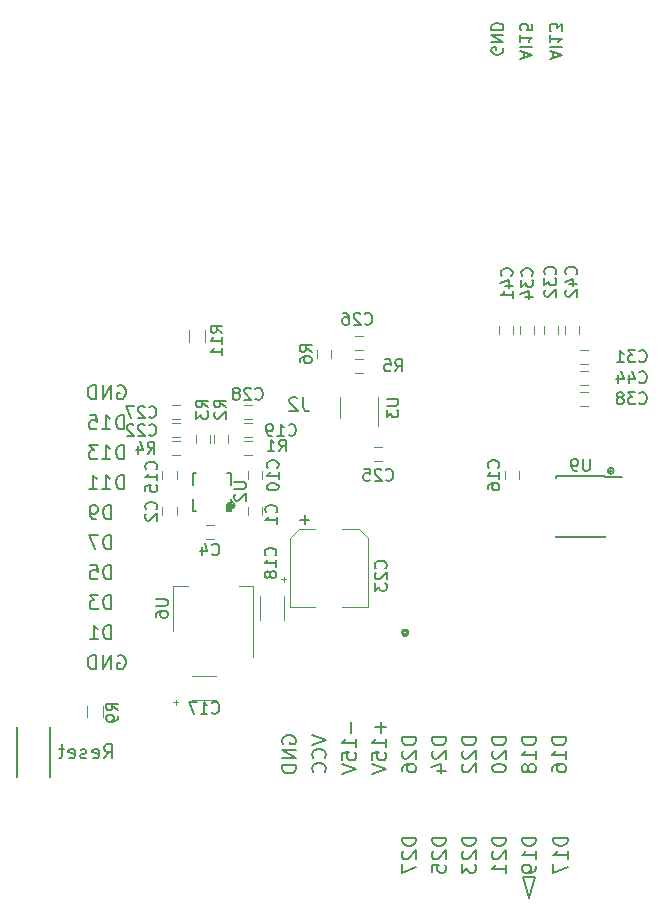
<source format=gbr>
G04 #@! TF.GenerationSoftware,KiCad,Pcbnew,(5.1.6)-1*
G04 #@! TF.CreationDate,2020-07-24T04:57:18+02:00*
G04 #@! TF.ProjectId,AnalogControlBoard_Rev1.1,416e616c-6f67-4436-9f6e-74726f6c426f,rev?*
G04 #@! TF.SameCoordinates,Original*
G04 #@! TF.FileFunction,Legend,Bot*
G04 #@! TF.FilePolarity,Positive*
%FSLAX46Y46*%
G04 Gerber Fmt 4.6, Leading zero omitted, Abs format (unit mm)*
G04 Created by KiCad (PCBNEW (5.1.6)-1) date 2020-07-24 04:57:18*
%MOMM*%
%LPD*%
G01*
G04 APERTURE LIST*
%ADD10C,0.150000*%
%ADD11C,0.125000*%
%ADD12C,0.200000*%
%ADD13C,0.120000*%
G04 APERTURE END LIST*
D10*
X156807803Y-96012000D02*
G75*
G03*
X156807803Y-96012000I-89803J0D01*
G01*
X156972000Y-96012000D02*
G75*
G03*
X156972000Y-96012000I-254000J0D01*
G01*
D11*
X128841523Y-105191714D02*
X129222476Y-105191714D01*
X129032000Y-105382190D02*
X129032000Y-105001238D01*
X119697523Y-115605714D02*
X120078476Y-115605714D01*
X119888000Y-115796190D02*
X119888000Y-115415238D01*
D12*
X128940000Y-119100714D02*
X128882857Y-118986428D01*
X128882857Y-118815000D01*
X128940000Y-118643571D01*
X129054285Y-118529285D01*
X129168571Y-118472142D01*
X129397142Y-118415000D01*
X129568571Y-118415000D01*
X129797142Y-118472142D01*
X129911428Y-118529285D01*
X130025714Y-118643571D01*
X130082857Y-118815000D01*
X130082857Y-118929285D01*
X130025714Y-119100714D01*
X129968571Y-119157857D01*
X129568571Y-119157857D01*
X129568571Y-118929285D01*
X130082857Y-119672142D02*
X128882857Y-119672142D01*
X130082857Y-120357857D01*
X128882857Y-120357857D01*
X130082857Y-120929285D02*
X128882857Y-120929285D01*
X128882857Y-121215000D01*
X128940000Y-121386428D01*
X129054285Y-121500714D01*
X129168571Y-121557857D01*
X129397142Y-121615000D01*
X129568571Y-121615000D01*
X129797142Y-121557857D01*
X129911428Y-121500714D01*
X130025714Y-121386428D01*
X130082857Y-121215000D01*
X130082857Y-120929285D01*
X131422857Y-118415000D02*
X132622857Y-118815000D01*
X131422857Y-119215000D01*
X132508571Y-120300714D02*
X132565714Y-120243571D01*
X132622857Y-120072142D01*
X132622857Y-119957857D01*
X132565714Y-119786428D01*
X132451428Y-119672142D01*
X132337142Y-119615000D01*
X132108571Y-119557857D01*
X131937142Y-119557857D01*
X131708571Y-119615000D01*
X131594285Y-119672142D01*
X131480000Y-119786428D01*
X131422857Y-119957857D01*
X131422857Y-120072142D01*
X131480000Y-120243571D01*
X131537142Y-120300714D01*
X132508571Y-121500714D02*
X132565714Y-121443571D01*
X132622857Y-121272142D01*
X132622857Y-121157857D01*
X132565714Y-120986428D01*
X132451428Y-120872142D01*
X132337142Y-120815000D01*
X132108571Y-120757857D01*
X131937142Y-120757857D01*
X131708571Y-120815000D01*
X131594285Y-120872142D01*
X131480000Y-120986428D01*
X131422857Y-121157857D01*
X131422857Y-121272142D01*
X131480000Y-121443571D01*
X131537142Y-121500714D01*
X134705714Y-117265714D02*
X134705714Y-118180000D01*
X135162857Y-119380000D02*
X135162857Y-118694285D01*
X135162857Y-119037142D02*
X133962857Y-119037142D01*
X134134285Y-118922857D01*
X134248571Y-118808571D01*
X134305714Y-118694285D01*
X133962857Y-120465714D02*
X133962857Y-119894285D01*
X134534285Y-119837142D01*
X134477142Y-119894285D01*
X134420000Y-120008571D01*
X134420000Y-120294285D01*
X134477142Y-120408571D01*
X134534285Y-120465714D01*
X134648571Y-120522857D01*
X134934285Y-120522857D01*
X135048571Y-120465714D01*
X135105714Y-120408571D01*
X135162857Y-120294285D01*
X135162857Y-120008571D01*
X135105714Y-119894285D01*
X135048571Y-119837142D01*
X133962857Y-120865714D02*
X135162857Y-121265714D01*
X133962857Y-121665714D01*
X137245714Y-117265714D02*
X137245714Y-118180000D01*
X137702857Y-117722857D02*
X136788571Y-117722857D01*
X137702857Y-119380000D02*
X137702857Y-118694285D01*
X137702857Y-119037142D02*
X136502857Y-119037142D01*
X136674285Y-118922857D01*
X136788571Y-118808571D01*
X136845714Y-118694285D01*
X136502857Y-120465714D02*
X136502857Y-119894285D01*
X137074285Y-119837142D01*
X137017142Y-119894285D01*
X136960000Y-120008571D01*
X136960000Y-120294285D01*
X137017142Y-120408571D01*
X137074285Y-120465714D01*
X137188571Y-120522857D01*
X137474285Y-120522857D01*
X137588571Y-120465714D01*
X137645714Y-120408571D01*
X137702857Y-120294285D01*
X137702857Y-120008571D01*
X137645714Y-119894285D01*
X137588571Y-119837142D01*
X136502857Y-120865714D02*
X137702857Y-121265714D01*
X136502857Y-121665714D01*
X153069857Y-127066857D02*
X151869857Y-127066857D01*
X151869857Y-127352571D01*
X151927000Y-127524000D01*
X152041285Y-127638285D01*
X152155571Y-127695428D01*
X152384142Y-127752571D01*
X152555571Y-127752571D01*
X152784142Y-127695428D01*
X152898428Y-127638285D01*
X153012714Y-127524000D01*
X153069857Y-127352571D01*
X153069857Y-127066857D01*
X153069857Y-128895428D02*
X153069857Y-128209714D01*
X153069857Y-128552571D02*
X151869857Y-128552571D01*
X152041285Y-128438285D01*
X152155571Y-128324000D01*
X152212714Y-128209714D01*
X151869857Y-129295428D02*
X151869857Y-130095428D01*
X153069857Y-129581142D01*
X150402857Y-127066857D02*
X149202857Y-127066857D01*
X149202857Y-127352571D01*
X149260000Y-127524000D01*
X149374285Y-127638285D01*
X149488571Y-127695428D01*
X149717142Y-127752571D01*
X149888571Y-127752571D01*
X150117142Y-127695428D01*
X150231428Y-127638285D01*
X150345714Y-127524000D01*
X150402857Y-127352571D01*
X150402857Y-127066857D01*
X150402857Y-128895428D02*
X150402857Y-128209714D01*
X150402857Y-128552571D02*
X149202857Y-128552571D01*
X149374285Y-128438285D01*
X149488571Y-128324000D01*
X149545714Y-128209714D01*
X150402857Y-129466857D02*
X150402857Y-129695428D01*
X150345714Y-129809714D01*
X150288571Y-129866857D01*
X150117142Y-129981142D01*
X149888571Y-130038285D01*
X149431428Y-130038285D01*
X149317142Y-129981142D01*
X149260000Y-129924000D01*
X149202857Y-129809714D01*
X149202857Y-129581142D01*
X149260000Y-129466857D01*
X149317142Y-129409714D01*
X149431428Y-129352571D01*
X149717142Y-129352571D01*
X149831428Y-129409714D01*
X149888571Y-129466857D01*
X149945714Y-129581142D01*
X149945714Y-129809714D01*
X149888571Y-129924000D01*
X149831428Y-129981142D01*
X149717142Y-130038285D01*
X147862857Y-127066857D02*
X146662857Y-127066857D01*
X146662857Y-127352571D01*
X146720000Y-127524000D01*
X146834285Y-127638285D01*
X146948571Y-127695428D01*
X147177142Y-127752571D01*
X147348571Y-127752571D01*
X147577142Y-127695428D01*
X147691428Y-127638285D01*
X147805714Y-127524000D01*
X147862857Y-127352571D01*
X147862857Y-127066857D01*
X146777142Y-128209714D02*
X146720000Y-128266857D01*
X146662857Y-128381142D01*
X146662857Y-128666857D01*
X146720000Y-128781142D01*
X146777142Y-128838285D01*
X146891428Y-128895428D01*
X147005714Y-128895428D01*
X147177142Y-128838285D01*
X147862857Y-128152571D01*
X147862857Y-128895428D01*
X147862857Y-130038285D02*
X147862857Y-129352571D01*
X147862857Y-129695428D02*
X146662857Y-129695428D01*
X146834285Y-129581142D01*
X146948571Y-129466857D01*
X147005714Y-129352571D01*
X145322857Y-127066857D02*
X144122857Y-127066857D01*
X144122857Y-127352571D01*
X144180000Y-127524000D01*
X144294285Y-127638285D01*
X144408571Y-127695428D01*
X144637142Y-127752571D01*
X144808571Y-127752571D01*
X145037142Y-127695428D01*
X145151428Y-127638285D01*
X145265714Y-127524000D01*
X145322857Y-127352571D01*
X145322857Y-127066857D01*
X144237142Y-128209714D02*
X144180000Y-128266857D01*
X144122857Y-128381142D01*
X144122857Y-128666857D01*
X144180000Y-128781142D01*
X144237142Y-128838285D01*
X144351428Y-128895428D01*
X144465714Y-128895428D01*
X144637142Y-128838285D01*
X145322857Y-128152571D01*
X145322857Y-128895428D01*
X144122857Y-129295428D02*
X144122857Y-130038285D01*
X144580000Y-129638285D01*
X144580000Y-129809714D01*
X144637142Y-129924000D01*
X144694285Y-129981142D01*
X144808571Y-130038285D01*
X145094285Y-130038285D01*
X145208571Y-129981142D01*
X145265714Y-129924000D01*
X145322857Y-129809714D01*
X145322857Y-129466857D01*
X145265714Y-129352571D01*
X145208571Y-129295428D01*
X142782857Y-127066857D02*
X141582857Y-127066857D01*
X141582857Y-127352571D01*
X141640000Y-127524000D01*
X141754285Y-127638285D01*
X141868571Y-127695428D01*
X142097142Y-127752571D01*
X142268571Y-127752571D01*
X142497142Y-127695428D01*
X142611428Y-127638285D01*
X142725714Y-127524000D01*
X142782857Y-127352571D01*
X142782857Y-127066857D01*
X141697142Y-128209714D02*
X141640000Y-128266857D01*
X141582857Y-128381142D01*
X141582857Y-128666857D01*
X141640000Y-128781142D01*
X141697142Y-128838285D01*
X141811428Y-128895428D01*
X141925714Y-128895428D01*
X142097142Y-128838285D01*
X142782857Y-128152571D01*
X142782857Y-128895428D01*
X141582857Y-129981142D02*
X141582857Y-129409714D01*
X142154285Y-129352571D01*
X142097142Y-129409714D01*
X142040000Y-129524000D01*
X142040000Y-129809714D01*
X142097142Y-129924000D01*
X142154285Y-129981142D01*
X142268571Y-130038285D01*
X142554285Y-130038285D01*
X142668571Y-129981142D01*
X142725714Y-129924000D01*
X142782857Y-129809714D01*
X142782857Y-129524000D01*
X142725714Y-129409714D01*
X142668571Y-129352571D01*
X140242857Y-127066857D02*
X139042857Y-127066857D01*
X139042857Y-127352571D01*
X139100000Y-127524000D01*
X139214285Y-127638285D01*
X139328571Y-127695428D01*
X139557142Y-127752571D01*
X139728571Y-127752571D01*
X139957142Y-127695428D01*
X140071428Y-127638285D01*
X140185714Y-127524000D01*
X140242857Y-127352571D01*
X140242857Y-127066857D01*
X139157142Y-128209714D02*
X139100000Y-128266857D01*
X139042857Y-128381142D01*
X139042857Y-128666857D01*
X139100000Y-128781142D01*
X139157142Y-128838285D01*
X139271428Y-128895428D01*
X139385714Y-128895428D01*
X139557142Y-128838285D01*
X140242857Y-128152571D01*
X140242857Y-128895428D01*
X139042857Y-129295428D02*
X139042857Y-130095428D01*
X140242857Y-129581142D01*
X140242857Y-118557857D02*
X139042857Y-118557857D01*
X139042857Y-118843571D01*
X139100000Y-119015000D01*
X139214285Y-119129285D01*
X139328571Y-119186428D01*
X139557142Y-119243571D01*
X139728571Y-119243571D01*
X139957142Y-119186428D01*
X140071428Y-119129285D01*
X140185714Y-119015000D01*
X140242857Y-118843571D01*
X140242857Y-118557857D01*
X139157142Y-119700714D02*
X139100000Y-119757857D01*
X139042857Y-119872142D01*
X139042857Y-120157857D01*
X139100000Y-120272142D01*
X139157142Y-120329285D01*
X139271428Y-120386428D01*
X139385714Y-120386428D01*
X139557142Y-120329285D01*
X140242857Y-119643571D01*
X140242857Y-120386428D01*
X139042857Y-121415000D02*
X139042857Y-121186428D01*
X139100000Y-121072142D01*
X139157142Y-121015000D01*
X139328571Y-120900714D01*
X139557142Y-120843571D01*
X140014285Y-120843571D01*
X140128571Y-120900714D01*
X140185714Y-120957857D01*
X140242857Y-121072142D01*
X140242857Y-121300714D01*
X140185714Y-121415000D01*
X140128571Y-121472142D01*
X140014285Y-121529285D01*
X139728571Y-121529285D01*
X139614285Y-121472142D01*
X139557142Y-121415000D01*
X139500000Y-121300714D01*
X139500000Y-121072142D01*
X139557142Y-120957857D01*
X139614285Y-120900714D01*
X139728571Y-120843571D01*
X142782857Y-118557857D02*
X141582857Y-118557857D01*
X141582857Y-118843571D01*
X141640000Y-119015000D01*
X141754285Y-119129285D01*
X141868571Y-119186428D01*
X142097142Y-119243571D01*
X142268571Y-119243571D01*
X142497142Y-119186428D01*
X142611428Y-119129285D01*
X142725714Y-119015000D01*
X142782857Y-118843571D01*
X142782857Y-118557857D01*
X141697142Y-119700714D02*
X141640000Y-119757857D01*
X141582857Y-119872142D01*
X141582857Y-120157857D01*
X141640000Y-120272142D01*
X141697142Y-120329285D01*
X141811428Y-120386428D01*
X141925714Y-120386428D01*
X142097142Y-120329285D01*
X142782857Y-119643571D01*
X142782857Y-120386428D01*
X141982857Y-121415000D02*
X142782857Y-121415000D01*
X141525714Y-121129285D02*
X142382857Y-120843571D01*
X142382857Y-121586428D01*
X145322857Y-118557857D02*
X144122857Y-118557857D01*
X144122857Y-118843571D01*
X144180000Y-119015000D01*
X144294285Y-119129285D01*
X144408571Y-119186428D01*
X144637142Y-119243571D01*
X144808571Y-119243571D01*
X145037142Y-119186428D01*
X145151428Y-119129285D01*
X145265714Y-119015000D01*
X145322857Y-118843571D01*
X145322857Y-118557857D01*
X144237142Y-119700714D02*
X144180000Y-119757857D01*
X144122857Y-119872142D01*
X144122857Y-120157857D01*
X144180000Y-120272142D01*
X144237142Y-120329285D01*
X144351428Y-120386428D01*
X144465714Y-120386428D01*
X144637142Y-120329285D01*
X145322857Y-119643571D01*
X145322857Y-120386428D01*
X144237142Y-120843571D02*
X144180000Y-120900714D01*
X144122857Y-121015000D01*
X144122857Y-121300714D01*
X144180000Y-121415000D01*
X144237142Y-121472142D01*
X144351428Y-121529285D01*
X144465714Y-121529285D01*
X144637142Y-121472142D01*
X145322857Y-120786428D01*
X145322857Y-121529285D01*
X147862857Y-118557857D02*
X146662857Y-118557857D01*
X146662857Y-118843571D01*
X146720000Y-119015000D01*
X146834285Y-119129285D01*
X146948571Y-119186428D01*
X147177142Y-119243571D01*
X147348571Y-119243571D01*
X147577142Y-119186428D01*
X147691428Y-119129285D01*
X147805714Y-119015000D01*
X147862857Y-118843571D01*
X147862857Y-118557857D01*
X146777142Y-119700714D02*
X146720000Y-119757857D01*
X146662857Y-119872142D01*
X146662857Y-120157857D01*
X146720000Y-120272142D01*
X146777142Y-120329285D01*
X146891428Y-120386428D01*
X147005714Y-120386428D01*
X147177142Y-120329285D01*
X147862857Y-119643571D01*
X147862857Y-120386428D01*
X146662857Y-121129285D02*
X146662857Y-121243571D01*
X146720000Y-121357857D01*
X146777142Y-121415000D01*
X146891428Y-121472142D01*
X147120000Y-121529285D01*
X147405714Y-121529285D01*
X147634285Y-121472142D01*
X147748571Y-121415000D01*
X147805714Y-121357857D01*
X147862857Y-121243571D01*
X147862857Y-121129285D01*
X147805714Y-121015000D01*
X147748571Y-120957857D01*
X147634285Y-120900714D01*
X147405714Y-120843571D01*
X147120000Y-120843571D01*
X146891428Y-120900714D01*
X146777142Y-120957857D01*
X146720000Y-121015000D01*
X146662857Y-121129285D01*
X150402857Y-118557857D02*
X149202857Y-118557857D01*
X149202857Y-118843571D01*
X149260000Y-119015000D01*
X149374285Y-119129285D01*
X149488571Y-119186428D01*
X149717142Y-119243571D01*
X149888571Y-119243571D01*
X150117142Y-119186428D01*
X150231428Y-119129285D01*
X150345714Y-119015000D01*
X150402857Y-118843571D01*
X150402857Y-118557857D01*
X150402857Y-120386428D02*
X150402857Y-119700714D01*
X150402857Y-120043571D02*
X149202857Y-120043571D01*
X149374285Y-119929285D01*
X149488571Y-119815000D01*
X149545714Y-119700714D01*
X149717142Y-121072142D02*
X149660000Y-120957857D01*
X149602857Y-120900714D01*
X149488571Y-120843571D01*
X149431428Y-120843571D01*
X149317142Y-120900714D01*
X149260000Y-120957857D01*
X149202857Y-121072142D01*
X149202857Y-121300714D01*
X149260000Y-121415000D01*
X149317142Y-121472142D01*
X149431428Y-121529285D01*
X149488571Y-121529285D01*
X149602857Y-121472142D01*
X149660000Y-121415000D01*
X149717142Y-121300714D01*
X149717142Y-121072142D01*
X149774285Y-120957857D01*
X149831428Y-120900714D01*
X149945714Y-120843571D01*
X150174285Y-120843571D01*
X150288571Y-120900714D01*
X150345714Y-120957857D01*
X150402857Y-121072142D01*
X150402857Y-121300714D01*
X150345714Y-121415000D01*
X150288571Y-121472142D01*
X150174285Y-121529285D01*
X149945714Y-121529285D01*
X149831428Y-121472142D01*
X149774285Y-121415000D01*
X149717142Y-121300714D01*
X152942857Y-118557857D02*
X151742857Y-118557857D01*
X151742857Y-118843571D01*
X151800000Y-119015000D01*
X151914285Y-119129285D01*
X152028571Y-119186428D01*
X152257142Y-119243571D01*
X152428571Y-119243571D01*
X152657142Y-119186428D01*
X152771428Y-119129285D01*
X152885714Y-119015000D01*
X152942857Y-118843571D01*
X152942857Y-118557857D01*
X152942857Y-120386428D02*
X152942857Y-119700714D01*
X152942857Y-120043571D02*
X151742857Y-120043571D01*
X151914285Y-119929285D01*
X152028571Y-119815000D01*
X152085714Y-119700714D01*
X151742857Y-121415000D02*
X151742857Y-121186428D01*
X151800000Y-121072142D01*
X151857142Y-121015000D01*
X152028571Y-120900714D01*
X152257142Y-120843571D01*
X152714285Y-120843571D01*
X152828571Y-120900714D01*
X152885714Y-120957857D01*
X152942857Y-121072142D01*
X152942857Y-121300714D01*
X152885714Y-121415000D01*
X152828571Y-121472142D01*
X152714285Y-121529285D01*
X152428571Y-121529285D01*
X152314285Y-121472142D01*
X152257142Y-121415000D01*
X152200000Y-121300714D01*
X152200000Y-121072142D01*
X152257142Y-120957857D01*
X152314285Y-120900714D01*
X152428571Y-120843571D01*
X113817214Y-120367357D02*
X114217214Y-119795928D01*
X114502928Y-120367357D02*
X114502928Y-119167357D01*
X114045785Y-119167357D01*
X113931500Y-119224500D01*
X113874357Y-119281642D01*
X113817214Y-119395928D01*
X113817214Y-119567357D01*
X113874357Y-119681642D01*
X113931500Y-119738785D01*
X114045785Y-119795928D01*
X114502928Y-119795928D01*
X112845785Y-120310214D02*
X112960071Y-120367357D01*
X113188642Y-120367357D01*
X113302928Y-120310214D01*
X113360071Y-120195928D01*
X113360071Y-119738785D01*
X113302928Y-119624500D01*
X113188642Y-119567357D01*
X112960071Y-119567357D01*
X112845785Y-119624500D01*
X112788642Y-119738785D01*
X112788642Y-119853071D01*
X113360071Y-119967357D01*
X112331500Y-120310214D02*
X112217214Y-120367357D01*
X111988642Y-120367357D01*
X111874357Y-120310214D01*
X111817214Y-120195928D01*
X111817214Y-120138785D01*
X111874357Y-120024500D01*
X111988642Y-119967357D01*
X112160071Y-119967357D01*
X112274357Y-119910214D01*
X112331500Y-119795928D01*
X112331500Y-119738785D01*
X112274357Y-119624500D01*
X112160071Y-119567357D01*
X111988642Y-119567357D01*
X111874357Y-119624500D01*
X110845785Y-120310214D02*
X110960071Y-120367357D01*
X111188642Y-120367357D01*
X111302928Y-120310214D01*
X111360071Y-120195928D01*
X111360071Y-119738785D01*
X111302928Y-119624500D01*
X111188642Y-119567357D01*
X110960071Y-119567357D01*
X110845785Y-119624500D01*
X110788642Y-119738785D01*
X110788642Y-119853071D01*
X111360071Y-119967357D01*
X110445785Y-119567357D02*
X109988642Y-119567357D01*
X110274357Y-119167357D02*
X110274357Y-120195928D01*
X110217214Y-120310214D01*
X110102928Y-120367357D01*
X109988642Y-120367357D01*
X130702000Y-89766857D02*
X130702000Y-90624000D01*
X130759142Y-90795428D01*
X130873428Y-90909714D01*
X131044857Y-90966857D01*
X131159142Y-90966857D01*
X130187714Y-89881142D02*
X130130571Y-89824000D01*
X130016285Y-89766857D01*
X129730571Y-89766857D01*
X129616285Y-89824000D01*
X129559142Y-89881142D01*
X129502000Y-89995428D01*
X129502000Y-90109714D01*
X129559142Y-90281142D01*
X130244857Y-90966857D01*
X129502000Y-90966857D01*
D10*
X139602981Y-109728000D02*
G75*
G03*
X139602981Y-109728000I-283981J0D01*
G01*
X139498605Y-109728000D02*
G75*
G03*
X139498605Y-109728000I-179605J0D01*
G01*
X124870981Y-98933000D02*
G75*
G03*
X124870981Y-98933000I-283981J0D01*
G01*
X124714000Y-98933000D02*
G75*
G03*
X124714000Y-98933000I-127000J0D01*
G01*
D12*
X114960285Y-111668000D02*
X115074571Y-111610857D01*
X115246000Y-111610857D01*
X115417428Y-111668000D01*
X115531714Y-111782285D01*
X115588857Y-111896571D01*
X115646000Y-112125142D01*
X115646000Y-112296571D01*
X115588857Y-112525142D01*
X115531714Y-112639428D01*
X115417428Y-112753714D01*
X115246000Y-112810857D01*
X115131714Y-112810857D01*
X114960285Y-112753714D01*
X114903142Y-112696571D01*
X114903142Y-112296571D01*
X115131714Y-112296571D01*
X114388857Y-112810857D02*
X114388857Y-111610857D01*
X113703142Y-112810857D01*
X113703142Y-111610857D01*
X113131714Y-112810857D02*
X113131714Y-111610857D01*
X112846000Y-111610857D01*
X112674571Y-111668000D01*
X112560285Y-111782285D01*
X112503142Y-111896571D01*
X112446000Y-112125142D01*
X112446000Y-112296571D01*
X112503142Y-112525142D01*
X112560285Y-112639428D01*
X112674571Y-112753714D01*
X112846000Y-112810857D01*
X113131714Y-112810857D01*
X114423714Y-110270857D02*
X114423714Y-109070857D01*
X114138000Y-109070857D01*
X113966571Y-109128000D01*
X113852285Y-109242285D01*
X113795142Y-109356571D01*
X113738000Y-109585142D01*
X113738000Y-109756571D01*
X113795142Y-109985142D01*
X113852285Y-110099428D01*
X113966571Y-110213714D01*
X114138000Y-110270857D01*
X114423714Y-110270857D01*
X112595142Y-110270857D02*
X113280857Y-110270857D01*
X112938000Y-110270857D02*
X112938000Y-109070857D01*
X113052285Y-109242285D01*
X113166571Y-109356571D01*
X113280857Y-109413714D01*
X114423714Y-107730857D02*
X114423714Y-106530857D01*
X114138000Y-106530857D01*
X113966571Y-106588000D01*
X113852285Y-106702285D01*
X113795142Y-106816571D01*
X113738000Y-107045142D01*
X113738000Y-107216571D01*
X113795142Y-107445142D01*
X113852285Y-107559428D01*
X113966571Y-107673714D01*
X114138000Y-107730857D01*
X114423714Y-107730857D01*
X113338000Y-106530857D02*
X112595142Y-106530857D01*
X112995142Y-106988000D01*
X112823714Y-106988000D01*
X112709428Y-107045142D01*
X112652285Y-107102285D01*
X112595142Y-107216571D01*
X112595142Y-107502285D01*
X112652285Y-107616571D01*
X112709428Y-107673714D01*
X112823714Y-107730857D01*
X113166571Y-107730857D01*
X113280857Y-107673714D01*
X113338000Y-107616571D01*
X114423714Y-105190857D02*
X114423714Y-103990857D01*
X114138000Y-103990857D01*
X113966571Y-104048000D01*
X113852285Y-104162285D01*
X113795142Y-104276571D01*
X113738000Y-104505142D01*
X113738000Y-104676571D01*
X113795142Y-104905142D01*
X113852285Y-105019428D01*
X113966571Y-105133714D01*
X114138000Y-105190857D01*
X114423714Y-105190857D01*
X112652285Y-103990857D02*
X113223714Y-103990857D01*
X113280857Y-104562285D01*
X113223714Y-104505142D01*
X113109428Y-104448000D01*
X112823714Y-104448000D01*
X112709428Y-104505142D01*
X112652285Y-104562285D01*
X112595142Y-104676571D01*
X112595142Y-104962285D01*
X112652285Y-105076571D01*
X112709428Y-105133714D01*
X112823714Y-105190857D01*
X113109428Y-105190857D01*
X113223714Y-105133714D01*
X113280857Y-105076571D01*
X114423714Y-102650857D02*
X114423714Y-101450857D01*
X114138000Y-101450857D01*
X113966571Y-101508000D01*
X113852285Y-101622285D01*
X113795142Y-101736571D01*
X113738000Y-101965142D01*
X113738000Y-102136571D01*
X113795142Y-102365142D01*
X113852285Y-102479428D01*
X113966571Y-102593714D01*
X114138000Y-102650857D01*
X114423714Y-102650857D01*
X113338000Y-101450857D02*
X112538000Y-101450857D01*
X113052285Y-102650857D01*
X114423714Y-100110857D02*
X114423714Y-98910857D01*
X114138000Y-98910857D01*
X113966571Y-98968000D01*
X113852285Y-99082285D01*
X113795142Y-99196571D01*
X113738000Y-99425142D01*
X113738000Y-99596571D01*
X113795142Y-99825142D01*
X113852285Y-99939428D01*
X113966571Y-100053714D01*
X114138000Y-100110857D01*
X114423714Y-100110857D01*
X113166571Y-100110857D02*
X112938000Y-100110857D01*
X112823714Y-100053714D01*
X112766571Y-99996571D01*
X112652285Y-99825142D01*
X112595142Y-99596571D01*
X112595142Y-99139428D01*
X112652285Y-99025142D01*
X112709428Y-98968000D01*
X112823714Y-98910857D01*
X113052285Y-98910857D01*
X113166571Y-98968000D01*
X113223714Y-99025142D01*
X113280857Y-99139428D01*
X113280857Y-99425142D01*
X113223714Y-99539428D01*
X113166571Y-99596571D01*
X113052285Y-99653714D01*
X112823714Y-99653714D01*
X112709428Y-99596571D01*
X112652285Y-99539428D01*
X112595142Y-99425142D01*
X115503142Y-97570857D02*
X115503142Y-96370857D01*
X115217428Y-96370857D01*
X115046000Y-96428000D01*
X114931714Y-96542285D01*
X114874571Y-96656571D01*
X114817428Y-96885142D01*
X114817428Y-97056571D01*
X114874571Y-97285142D01*
X114931714Y-97399428D01*
X115046000Y-97513714D01*
X115217428Y-97570857D01*
X115503142Y-97570857D01*
X113674571Y-97570857D02*
X114360285Y-97570857D01*
X114017428Y-97570857D02*
X114017428Y-96370857D01*
X114131714Y-96542285D01*
X114246000Y-96656571D01*
X114360285Y-96713714D01*
X112531714Y-97570857D02*
X113217428Y-97570857D01*
X112874571Y-97570857D02*
X112874571Y-96370857D01*
X112988857Y-96542285D01*
X113103142Y-96656571D01*
X113217428Y-96713714D01*
X115503142Y-95030857D02*
X115503142Y-93830857D01*
X115217428Y-93830857D01*
X115046000Y-93888000D01*
X114931714Y-94002285D01*
X114874571Y-94116571D01*
X114817428Y-94345142D01*
X114817428Y-94516571D01*
X114874571Y-94745142D01*
X114931714Y-94859428D01*
X115046000Y-94973714D01*
X115217428Y-95030857D01*
X115503142Y-95030857D01*
X113674571Y-95030857D02*
X114360285Y-95030857D01*
X114017428Y-95030857D02*
X114017428Y-93830857D01*
X114131714Y-94002285D01*
X114246000Y-94116571D01*
X114360285Y-94173714D01*
X113274571Y-93830857D02*
X112531714Y-93830857D01*
X112931714Y-94288000D01*
X112760285Y-94288000D01*
X112646000Y-94345142D01*
X112588857Y-94402285D01*
X112531714Y-94516571D01*
X112531714Y-94802285D01*
X112588857Y-94916571D01*
X112646000Y-94973714D01*
X112760285Y-95030857D01*
X113103142Y-95030857D01*
X113217428Y-94973714D01*
X113274571Y-94916571D01*
X115503142Y-92490857D02*
X115503142Y-91290857D01*
X115217428Y-91290857D01*
X115046000Y-91348000D01*
X114931714Y-91462285D01*
X114874571Y-91576571D01*
X114817428Y-91805142D01*
X114817428Y-91976571D01*
X114874571Y-92205142D01*
X114931714Y-92319428D01*
X115046000Y-92433714D01*
X115217428Y-92490857D01*
X115503142Y-92490857D01*
X113674571Y-92490857D02*
X114360285Y-92490857D01*
X114017428Y-92490857D02*
X114017428Y-91290857D01*
X114131714Y-91462285D01*
X114246000Y-91576571D01*
X114360285Y-91633714D01*
X112588857Y-91290857D02*
X113160285Y-91290857D01*
X113217428Y-91862285D01*
X113160285Y-91805142D01*
X113046000Y-91748000D01*
X112760285Y-91748000D01*
X112646000Y-91805142D01*
X112588857Y-91862285D01*
X112531714Y-91976571D01*
X112531714Y-92262285D01*
X112588857Y-92376571D01*
X112646000Y-92433714D01*
X112760285Y-92490857D01*
X113046000Y-92490857D01*
X113160285Y-92433714D01*
X113217428Y-92376571D01*
X114960285Y-88808000D02*
X115074571Y-88750857D01*
X115246000Y-88750857D01*
X115417428Y-88808000D01*
X115531714Y-88922285D01*
X115588857Y-89036571D01*
X115646000Y-89265142D01*
X115646000Y-89436571D01*
X115588857Y-89665142D01*
X115531714Y-89779428D01*
X115417428Y-89893714D01*
X115246000Y-89950857D01*
X115131714Y-89950857D01*
X114960285Y-89893714D01*
X114903142Y-89836571D01*
X114903142Y-89436571D01*
X115131714Y-89436571D01*
X114388857Y-89950857D02*
X114388857Y-88750857D01*
X113703142Y-89950857D01*
X113703142Y-88750857D01*
X113131714Y-89950857D02*
X113131714Y-88750857D01*
X112846000Y-88750857D01*
X112674571Y-88808000D01*
X112560285Y-88922285D01*
X112503142Y-89036571D01*
X112446000Y-89265142D01*
X112446000Y-89436571D01*
X112503142Y-89665142D01*
X112560285Y-89779428D01*
X112674571Y-89893714D01*
X112846000Y-89950857D01*
X113131714Y-89950857D01*
X147566000Y-60197904D02*
X147613619Y-60293142D01*
X147613619Y-60436000D01*
X147566000Y-60578857D01*
X147470761Y-60674095D01*
X147375523Y-60721714D01*
X147185047Y-60769333D01*
X147042190Y-60769333D01*
X146851714Y-60721714D01*
X146756476Y-60674095D01*
X146661238Y-60578857D01*
X146613619Y-60436000D01*
X146613619Y-60340761D01*
X146661238Y-60197904D01*
X146708857Y-60150285D01*
X147042190Y-60150285D01*
X147042190Y-60340761D01*
X146613619Y-59721714D02*
X147613619Y-59721714D01*
X146613619Y-59150285D01*
X147613619Y-59150285D01*
X146613619Y-58674095D02*
X147613619Y-58674095D01*
X147613619Y-58436000D01*
X147566000Y-58293142D01*
X147470761Y-58197904D01*
X147375523Y-58150285D01*
X147185047Y-58102666D01*
X147042190Y-58102666D01*
X146851714Y-58150285D01*
X146756476Y-58197904D01*
X146661238Y-58293142D01*
X146613619Y-58436000D01*
X146613619Y-58674095D01*
X151843333Y-61028571D02*
X151843333Y-60552380D01*
X151557619Y-61123809D02*
X152557619Y-60790476D01*
X151557619Y-60457142D01*
X151557619Y-60123809D02*
X152557619Y-60123809D01*
X151557619Y-59123809D02*
X151557619Y-59695238D01*
X151557619Y-59409523D02*
X152557619Y-59409523D01*
X152414761Y-59504761D01*
X152319523Y-59600000D01*
X152271904Y-59695238D01*
X152557619Y-58790476D02*
X152557619Y-58171428D01*
X152176666Y-58504761D01*
X152176666Y-58361904D01*
X152129047Y-58266666D01*
X152081428Y-58219047D01*
X151986190Y-58171428D01*
X151748095Y-58171428D01*
X151652857Y-58219047D01*
X151605238Y-58266666D01*
X151557619Y-58361904D01*
X151557619Y-58647619D01*
X151605238Y-58742857D01*
X151652857Y-58790476D01*
X149353333Y-61008571D02*
X149353333Y-60532380D01*
X149067619Y-61103809D02*
X150067619Y-60770476D01*
X149067619Y-60437142D01*
X149067619Y-60103809D02*
X150067619Y-60103809D01*
X149067619Y-59103809D02*
X149067619Y-59675238D01*
X149067619Y-59389523D02*
X150067619Y-59389523D01*
X149924761Y-59484761D01*
X149829523Y-59580000D01*
X149781904Y-59675238D01*
X150067619Y-58199047D02*
X150067619Y-58675238D01*
X149591428Y-58722857D01*
X149639047Y-58675238D01*
X149686666Y-58580000D01*
X149686666Y-58341904D01*
X149639047Y-58246666D01*
X149591428Y-58199047D01*
X149496190Y-58151428D01*
X149258095Y-58151428D01*
X149162857Y-58199047D01*
X149115238Y-58246666D01*
X149067619Y-58341904D01*
X149067619Y-58580000D01*
X149115238Y-58675238D01*
X149162857Y-58722857D01*
D10*
X124336000Y-98790000D02*
X124336000Y-99290000D01*
X124336000Y-99290000D02*
X124436000Y-99290000D01*
X124436000Y-99290000D02*
X124436000Y-98890000D01*
X124236000Y-99390000D02*
X124236000Y-98790000D01*
X124236000Y-98790000D02*
X124436000Y-98790000D01*
X121336000Y-96190000D02*
X121636000Y-96190000D01*
X121336000Y-99390000D02*
X121636000Y-99390000D01*
X124536000Y-96190000D02*
X124236000Y-96190000D01*
X124536000Y-99390000D02*
X124236000Y-99390000D01*
X121336000Y-97190000D02*
X121336000Y-96190000D01*
X124536000Y-97190000D02*
X124536000Y-96190000D01*
X121336000Y-99390000D02*
X121336000Y-98390000D01*
X124536000Y-99390000D02*
X124536000Y-98390000D01*
X150287000Y-130373500D02*
X149787000Y-132193500D01*
X149787000Y-132193500D02*
X149287000Y-130373500D01*
X149287000Y-130373500D02*
X150287000Y-130373500D01*
D13*
X119538000Y-91659000D02*
X120238000Y-91659000D01*
X120238000Y-90459000D02*
X119538000Y-90459000D01*
X126334000Y-90459000D02*
X125634000Y-90459000D01*
X125634000Y-91659000D02*
X126334000Y-91659000D01*
X154782000Y-89316000D02*
X154082000Y-89316000D01*
X154082000Y-90516000D02*
X154782000Y-90516000D01*
X148936000Y-96743000D02*
X148936000Y-96043000D01*
X147736000Y-96043000D02*
X147736000Y-96743000D01*
X125634000Y-93183000D02*
X126334000Y-93183000D01*
X126334000Y-91983000D02*
X125634000Y-91983000D01*
X119538000Y-93183000D02*
X120238000Y-93183000D01*
X120238000Y-91983000D02*
X119538000Y-91983000D01*
X112350000Y-115895500D02*
X112350000Y-116895500D01*
X113710000Y-116895500D02*
X113710000Y-115895500D01*
X123139950Y-100612650D02*
X122439950Y-100612650D01*
X122439950Y-101812650D02*
X123139950Y-101812650D01*
X154782000Y-85760000D02*
X154082000Y-85760000D01*
X154082000Y-86960000D02*
X154782000Y-86960000D01*
X151038000Y-83724000D02*
X151038000Y-84424000D01*
X152238000Y-84424000D02*
X152238000Y-83724000D01*
X149006000Y-83724000D02*
X149006000Y-84424000D01*
X150206000Y-84424000D02*
X150206000Y-83724000D01*
X147228000Y-83724000D02*
X147228000Y-84424000D01*
X148428000Y-84424000D02*
X148428000Y-83724000D01*
X152816000Y-83724000D02*
X152816000Y-84424000D01*
X154016000Y-84424000D02*
X154016000Y-83724000D01*
X154782000Y-87538000D02*
X154082000Y-87538000D01*
X154082000Y-88738000D02*
X154782000Y-88738000D01*
X125999950Y-99084650D02*
X125999950Y-99784650D01*
X127199950Y-99784650D02*
X127199950Y-99084650D01*
X119960950Y-99784650D02*
X119960950Y-99084650D01*
X118760950Y-99084650D02*
X118760950Y-99784650D01*
X127199950Y-96736650D02*
X127199950Y-96036650D01*
X125999950Y-96036650D02*
X125999950Y-96736650D01*
X118760950Y-96036650D02*
X118760950Y-96736650D01*
X119960950Y-96736650D02*
X119960950Y-96036650D01*
X119653000Y-105786000D02*
X120913000Y-105786000D01*
X126473000Y-105786000D02*
X125213000Y-105786000D01*
X119653000Y-109546000D02*
X119653000Y-105786000D01*
X126473000Y-111796000D02*
X126473000Y-105786000D01*
X123301000Y-115383500D02*
X121301000Y-115383500D01*
X121301000Y-113343500D02*
X123301000Y-113343500D01*
X126996000Y-108632500D02*
X126996000Y-106632500D01*
X129036000Y-106632500D02*
X129036000Y-108632500D01*
D10*
X106423000Y-117724500D02*
X106423000Y-121924500D01*
X109223000Y-121924500D02*
X109223000Y-117724500D01*
D13*
X122346000Y-85082000D02*
X122346000Y-84082000D01*
X120986000Y-84082000D02*
X120986000Y-85082000D01*
X135382000Y-100967000D02*
X133962000Y-100967000D01*
X136142000Y-107567000D02*
X133962000Y-107567000D01*
X129542000Y-107567000D02*
X131722000Y-107567000D01*
X130302000Y-100967000D02*
X131722000Y-100967000D01*
X136142000Y-107567000D02*
X136142000Y-101727000D01*
X136142000Y-101727000D02*
X135382000Y-100967000D01*
X130302000Y-100967000D02*
X129542000Y-101727000D01*
X129542000Y-101727000D02*
X129542000Y-107567000D01*
X126334000Y-93507000D02*
X125634000Y-93507000D01*
X125634000Y-94707000D02*
X126334000Y-94707000D01*
X124298000Y-93695000D02*
X124298000Y-92995000D01*
X123098000Y-92995000D02*
X123098000Y-93695000D01*
X122774000Y-93695000D02*
X122774000Y-92995000D01*
X121574000Y-92995000D02*
X121574000Y-93695000D01*
X120238000Y-93507000D02*
X119538000Y-93507000D01*
X119538000Y-94707000D02*
X120238000Y-94707000D01*
X136683000Y-95215000D02*
X137383000Y-95215000D01*
X137383000Y-94015000D02*
X136683000Y-94015000D01*
X135732000Y-84617000D02*
X135032000Y-84617000D01*
X135032000Y-85817000D02*
X135732000Y-85817000D01*
X135732000Y-86522000D02*
X135032000Y-86522000D01*
X135032000Y-87722000D02*
X135732000Y-87722000D01*
X131861000Y-85756000D02*
X131861000Y-86456000D01*
X133061000Y-86456000D02*
X133061000Y-85756000D01*
X133772000Y-91578000D02*
X133772000Y-89778000D01*
X136992000Y-89778000D02*
X136992000Y-92228000D01*
D10*
X156253000Y-96535000D02*
X157653000Y-96535000D01*
X156253000Y-101635000D02*
X152103000Y-101635000D01*
X156253000Y-96485000D02*
X152103000Y-96485000D01*
X156253000Y-101635000D02*
X156253000Y-101490000D01*
X152103000Y-101635000D02*
X152103000Y-101490000D01*
X152103000Y-96485000D02*
X152103000Y-96630000D01*
X156253000Y-96485000D02*
X156253000Y-96535000D01*
X124820430Y-96970945D02*
X125629954Y-96970945D01*
X125725192Y-97018564D01*
X125772811Y-97066183D01*
X125820430Y-97161421D01*
X125820430Y-97351897D01*
X125772811Y-97447135D01*
X125725192Y-97494754D01*
X125629954Y-97542373D01*
X124820430Y-97542373D01*
X124915669Y-97970945D02*
X124868050Y-98018564D01*
X124820430Y-98113802D01*
X124820430Y-98351897D01*
X124868050Y-98447135D01*
X124915669Y-98494754D01*
X125010907Y-98542373D01*
X125106145Y-98542373D01*
X125249002Y-98494754D01*
X125820430Y-97923326D01*
X125820430Y-98542373D01*
X117628907Y-91422492D02*
X117676526Y-91470111D01*
X117819383Y-91517730D01*
X117914621Y-91517730D01*
X118057478Y-91470111D01*
X118152716Y-91374873D01*
X118200335Y-91279635D01*
X118247954Y-91089159D01*
X118247954Y-90946302D01*
X118200335Y-90755826D01*
X118152716Y-90660588D01*
X118057478Y-90565350D01*
X117914621Y-90517730D01*
X117819383Y-90517730D01*
X117676526Y-90565350D01*
X117628907Y-90612969D01*
X117247954Y-90612969D02*
X117200335Y-90565350D01*
X117105097Y-90517730D01*
X116867002Y-90517730D01*
X116771764Y-90565350D01*
X116724145Y-90612969D01*
X116676526Y-90708207D01*
X116676526Y-90803445D01*
X116724145Y-90946302D01*
X117295573Y-91517730D01*
X116676526Y-91517730D01*
X116343192Y-90517730D02*
X115676526Y-90517730D01*
X116105097Y-91517730D01*
X126626857Y-89892142D02*
X126674476Y-89939761D01*
X126817333Y-89987380D01*
X126912571Y-89987380D01*
X127055428Y-89939761D01*
X127150666Y-89844523D01*
X127198285Y-89749285D01*
X127245904Y-89558809D01*
X127245904Y-89415952D01*
X127198285Y-89225476D01*
X127150666Y-89130238D01*
X127055428Y-89035000D01*
X126912571Y-88987380D01*
X126817333Y-88987380D01*
X126674476Y-89035000D01*
X126626857Y-89082619D01*
X126245904Y-89082619D02*
X126198285Y-89035000D01*
X126103047Y-88987380D01*
X125864952Y-88987380D01*
X125769714Y-89035000D01*
X125722095Y-89082619D01*
X125674476Y-89177857D01*
X125674476Y-89273095D01*
X125722095Y-89415952D01*
X126293523Y-89987380D01*
X125674476Y-89987380D01*
X125103047Y-89415952D02*
X125198285Y-89368333D01*
X125245904Y-89320714D01*
X125293523Y-89225476D01*
X125293523Y-89177857D01*
X125245904Y-89082619D01*
X125198285Y-89035000D01*
X125103047Y-88987380D01*
X124912571Y-88987380D01*
X124817333Y-89035000D01*
X124769714Y-89082619D01*
X124722095Y-89177857D01*
X124722095Y-89225476D01*
X124769714Y-89320714D01*
X124817333Y-89368333D01*
X124912571Y-89415952D01*
X125103047Y-89415952D01*
X125198285Y-89463571D01*
X125245904Y-89511190D01*
X125293523Y-89606428D01*
X125293523Y-89796904D01*
X125245904Y-89892142D01*
X125198285Y-89939761D01*
X125103047Y-89987380D01*
X124912571Y-89987380D01*
X124817333Y-89939761D01*
X124769714Y-89892142D01*
X124722095Y-89796904D01*
X124722095Y-89606428D01*
X124769714Y-89511190D01*
X124817333Y-89463571D01*
X124912571Y-89415952D01*
X159138857Y-90273142D02*
X159186476Y-90320761D01*
X159329333Y-90368380D01*
X159424571Y-90368380D01*
X159567428Y-90320761D01*
X159662666Y-90225523D01*
X159710285Y-90130285D01*
X159757904Y-89939809D01*
X159757904Y-89796952D01*
X159710285Y-89606476D01*
X159662666Y-89511238D01*
X159567428Y-89416000D01*
X159424571Y-89368380D01*
X159329333Y-89368380D01*
X159186476Y-89416000D01*
X159138857Y-89463619D01*
X158805523Y-89368380D02*
X158186476Y-89368380D01*
X158519809Y-89749333D01*
X158376952Y-89749333D01*
X158281714Y-89796952D01*
X158234095Y-89844571D01*
X158186476Y-89939809D01*
X158186476Y-90177904D01*
X158234095Y-90273142D01*
X158281714Y-90320761D01*
X158376952Y-90368380D01*
X158662666Y-90368380D01*
X158757904Y-90320761D01*
X158805523Y-90273142D01*
X157615047Y-89796952D02*
X157710285Y-89749333D01*
X157757904Y-89701714D01*
X157805523Y-89606476D01*
X157805523Y-89558857D01*
X157757904Y-89463619D01*
X157710285Y-89416000D01*
X157615047Y-89368380D01*
X157424571Y-89368380D01*
X157329333Y-89416000D01*
X157281714Y-89463619D01*
X157234095Y-89558857D01*
X157234095Y-89606476D01*
X157281714Y-89701714D01*
X157329333Y-89749333D01*
X157424571Y-89796952D01*
X157615047Y-89796952D01*
X157710285Y-89844571D01*
X157757904Y-89892190D01*
X157805523Y-89987428D01*
X157805523Y-90177904D01*
X157757904Y-90273142D01*
X157710285Y-90320761D01*
X157615047Y-90368380D01*
X157424571Y-90368380D01*
X157329333Y-90320761D01*
X157281714Y-90273142D01*
X157234095Y-90177904D01*
X157234095Y-89987428D01*
X157281714Y-89892190D01*
X157329333Y-89844571D01*
X157424571Y-89796952D01*
X147193142Y-95750142D02*
X147240761Y-95702523D01*
X147288380Y-95559666D01*
X147288380Y-95464428D01*
X147240761Y-95321571D01*
X147145523Y-95226333D01*
X147050285Y-95178714D01*
X146859809Y-95131095D01*
X146716952Y-95131095D01*
X146526476Y-95178714D01*
X146431238Y-95226333D01*
X146336000Y-95321571D01*
X146288380Y-95464428D01*
X146288380Y-95559666D01*
X146336000Y-95702523D01*
X146383619Y-95750142D01*
X147288380Y-96702523D02*
X147288380Y-96131095D01*
X147288380Y-96416809D02*
X146288380Y-96416809D01*
X146431238Y-96321571D01*
X146526476Y-96226333D01*
X146574095Y-96131095D01*
X146288380Y-97559666D02*
X146288380Y-97369190D01*
X146336000Y-97273952D01*
X146383619Y-97226333D01*
X146526476Y-97131095D01*
X146716952Y-97083476D01*
X147097904Y-97083476D01*
X147193142Y-97131095D01*
X147240761Y-97178714D01*
X147288380Y-97273952D01*
X147288380Y-97464428D01*
X147240761Y-97559666D01*
X147193142Y-97607285D01*
X147097904Y-97654904D01*
X146859809Y-97654904D01*
X146764571Y-97607285D01*
X146716952Y-97559666D01*
X146669333Y-97464428D01*
X146669333Y-97273952D01*
X146716952Y-97178714D01*
X146764571Y-97131095D01*
X146859809Y-97083476D01*
X129439907Y-92946492D02*
X129487526Y-92994111D01*
X129630383Y-93041730D01*
X129725621Y-93041730D01*
X129868478Y-92994111D01*
X129963716Y-92898873D01*
X130011335Y-92803635D01*
X130058954Y-92613159D01*
X130058954Y-92470302D01*
X130011335Y-92279826D01*
X129963716Y-92184588D01*
X129868478Y-92089350D01*
X129725621Y-92041730D01*
X129630383Y-92041730D01*
X129487526Y-92089350D01*
X129439907Y-92136969D01*
X128487526Y-93041730D02*
X129058954Y-93041730D01*
X128773240Y-93041730D02*
X128773240Y-92041730D01*
X128868478Y-92184588D01*
X128963716Y-92279826D01*
X129058954Y-92327445D01*
X128011335Y-93041730D02*
X127820859Y-93041730D01*
X127725621Y-92994111D01*
X127678002Y-92946492D01*
X127582764Y-92803635D01*
X127535145Y-92613159D01*
X127535145Y-92232207D01*
X127582764Y-92136969D01*
X127630383Y-92089350D01*
X127725621Y-92041730D01*
X127916097Y-92041730D01*
X128011335Y-92089350D01*
X128058954Y-92136969D01*
X128106573Y-92232207D01*
X128106573Y-92470302D01*
X128058954Y-92565540D01*
X128011335Y-92613159D01*
X127916097Y-92660778D01*
X127725621Y-92660778D01*
X127630383Y-92613159D01*
X127582764Y-92565540D01*
X127535145Y-92470302D01*
X117628907Y-92946492D02*
X117676526Y-92994111D01*
X117819383Y-93041730D01*
X117914621Y-93041730D01*
X118057478Y-92994111D01*
X118152716Y-92898873D01*
X118200335Y-92803635D01*
X118247954Y-92613159D01*
X118247954Y-92470302D01*
X118200335Y-92279826D01*
X118152716Y-92184588D01*
X118057478Y-92089350D01*
X117914621Y-92041730D01*
X117819383Y-92041730D01*
X117676526Y-92089350D01*
X117628907Y-92136969D01*
X117247954Y-92136969D02*
X117200335Y-92089350D01*
X117105097Y-92041730D01*
X116867002Y-92041730D01*
X116771764Y-92089350D01*
X116724145Y-92136969D01*
X116676526Y-92232207D01*
X116676526Y-92327445D01*
X116724145Y-92470302D01*
X117295573Y-93041730D01*
X116676526Y-93041730D01*
X116295573Y-92136969D02*
X116247954Y-92089350D01*
X116152716Y-92041730D01*
X115914621Y-92041730D01*
X115819383Y-92089350D01*
X115771764Y-92136969D01*
X115724145Y-92232207D01*
X115724145Y-92327445D01*
X115771764Y-92470302D01*
X116343192Y-93041730D01*
X115724145Y-93041730D01*
X115006380Y-116292333D02*
X114530190Y-115959000D01*
X115006380Y-115720904D02*
X114006380Y-115720904D01*
X114006380Y-116101857D01*
X114054000Y-116197095D01*
X114101619Y-116244714D01*
X114196857Y-116292333D01*
X114339714Y-116292333D01*
X114434952Y-116244714D01*
X114482571Y-116197095D01*
X114530190Y-116101857D01*
X114530190Y-115720904D01*
X115006380Y-116768523D02*
X115006380Y-116959000D01*
X114958761Y-117054238D01*
X114911142Y-117101857D01*
X114768285Y-117197095D01*
X114577809Y-117244714D01*
X114196857Y-117244714D01*
X114101619Y-117197095D01*
X114054000Y-117149476D01*
X114006380Y-117054238D01*
X114006380Y-116863761D01*
X114054000Y-116768523D01*
X114101619Y-116720904D01*
X114196857Y-116673285D01*
X114434952Y-116673285D01*
X114530190Y-116720904D01*
X114577809Y-116768523D01*
X114625428Y-116863761D01*
X114625428Y-117054238D01*
X114577809Y-117149476D01*
X114530190Y-117197095D01*
X114434952Y-117244714D01*
X122956616Y-103069792D02*
X123004235Y-103117411D01*
X123147092Y-103165030D01*
X123242330Y-103165030D01*
X123385188Y-103117411D01*
X123480426Y-103022173D01*
X123528045Y-102926935D01*
X123575664Y-102736459D01*
X123575664Y-102593602D01*
X123528045Y-102403126D01*
X123480426Y-102307888D01*
X123385188Y-102212650D01*
X123242330Y-102165030D01*
X123147092Y-102165030D01*
X123004235Y-102212650D01*
X122956616Y-102260269D01*
X122099473Y-102498364D02*
X122099473Y-103165030D01*
X122337569Y-102117411D02*
X122575664Y-102831697D01*
X121956616Y-102831697D01*
X159138857Y-86717142D02*
X159186476Y-86764761D01*
X159329333Y-86812380D01*
X159424571Y-86812380D01*
X159567428Y-86764761D01*
X159662666Y-86669523D01*
X159710285Y-86574285D01*
X159757904Y-86383809D01*
X159757904Y-86240952D01*
X159710285Y-86050476D01*
X159662666Y-85955238D01*
X159567428Y-85860000D01*
X159424571Y-85812380D01*
X159329333Y-85812380D01*
X159186476Y-85860000D01*
X159138857Y-85907619D01*
X158805523Y-85812380D02*
X158186476Y-85812380D01*
X158519809Y-86193333D01*
X158376952Y-86193333D01*
X158281714Y-86240952D01*
X158234095Y-86288571D01*
X158186476Y-86383809D01*
X158186476Y-86621904D01*
X158234095Y-86717142D01*
X158281714Y-86764761D01*
X158376952Y-86812380D01*
X158662666Y-86812380D01*
X158757904Y-86764761D01*
X158805523Y-86717142D01*
X157234095Y-86812380D02*
X157805523Y-86812380D01*
X157519809Y-86812380D02*
X157519809Y-85812380D01*
X157615047Y-85955238D01*
X157710285Y-86050476D01*
X157805523Y-86098095D01*
X151995142Y-79367142D02*
X152042761Y-79319523D01*
X152090380Y-79176666D01*
X152090380Y-79081428D01*
X152042761Y-78938571D01*
X151947523Y-78843333D01*
X151852285Y-78795714D01*
X151661809Y-78748095D01*
X151518952Y-78748095D01*
X151328476Y-78795714D01*
X151233238Y-78843333D01*
X151138000Y-78938571D01*
X151090380Y-79081428D01*
X151090380Y-79176666D01*
X151138000Y-79319523D01*
X151185619Y-79367142D01*
X151090380Y-79700476D02*
X151090380Y-80319523D01*
X151471333Y-79986190D01*
X151471333Y-80129047D01*
X151518952Y-80224285D01*
X151566571Y-80271904D01*
X151661809Y-80319523D01*
X151899904Y-80319523D01*
X151995142Y-80271904D01*
X152042761Y-80224285D01*
X152090380Y-80129047D01*
X152090380Y-79843333D01*
X152042761Y-79748095D01*
X151995142Y-79700476D01*
X151185619Y-80700476D02*
X151138000Y-80748095D01*
X151090380Y-80843333D01*
X151090380Y-81081428D01*
X151138000Y-81176666D01*
X151185619Y-81224285D01*
X151280857Y-81271904D01*
X151376095Y-81271904D01*
X151518952Y-81224285D01*
X152090380Y-80652857D01*
X152090380Y-81271904D01*
X150026642Y-79494142D02*
X150074261Y-79446523D01*
X150121880Y-79303666D01*
X150121880Y-79208428D01*
X150074261Y-79065571D01*
X149979023Y-78970333D01*
X149883785Y-78922714D01*
X149693309Y-78875095D01*
X149550452Y-78875095D01*
X149359976Y-78922714D01*
X149264738Y-78970333D01*
X149169500Y-79065571D01*
X149121880Y-79208428D01*
X149121880Y-79303666D01*
X149169500Y-79446523D01*
X149217119Y-79494142D01*
X149121880Y-79827476D02*
X149121880Y-80446523D01*
X149502833Y-80113190D01*
X149502833Y-80256047D01*
X149550452Y-80351285D01*
X149598071Y-80398904D01*
X149693309Y-80446523D01*
X149931404Y-80446523D01*
X150026642Y-80398904D01*
X150074261Y-80351285D01*
X150121880Y-80256047D01*
X150121880Y-79970333D01*
X150074261Y-79875095D01*
X150026642Y-79827476D01*
X149455214Y-81303666D02*
X150121880Y-81303666D01*
X149074261Y-81065571D02*
X149788547Y-80827476D01*
X149788547Y-81446523D01*
X148312142Y-79494142D02*
X148359761Y-79446523D01*
X148407380Y-79303666D01*
X148407380Y-79208428D01*
X148359761Y-79065571D01*
X148264523Y-78970333D01*
X148169285Y-78922714D01*
X147978809Y-78875095D01*
X147835952Y-78875095D01*
X147645476Y-78922714D01*
X147550238Y-78970333D01*
X147455000Y-79065571D01*
X147407380Y-79208428D01*
X147407380Y-79303666D01*
X147455000Y-79446523D01*
X147502619Y-79494142D01*
X147740714Y-80351285D02*
X148407380Y-80351285D01*
X147359761Y-80113190D02*
X148074047Y-79875095D01*
X148074047Y-80494142D01*
X148407380Y-81398904D02*
X148407380Y-80827476D01*
X148407380Y-81113190D02*
X147407380Y-81113190D01*
X147550238Y-81017952D01*
X147645476Y-80922714D01*
X147693095Y-80827476D01*
X153773142Y-79367142D02*
X153820761Y-79319523D01*
X153868380Y-79176666D01*
X153868380Y-79081428D01*
X153820761Y-78938571D01*
X153725523Y-78843333D01*
X153630285Y-78795714D01*
X153439809Y-78748095D01*
X153296952Y-78748095D01*
X153106476Y-78795714D01*
X153011238Y-78843333D01*
X152916000Y-78938571D01*
X152868380Y-79081428D01*
X152868380Y-79176666D01*
X152916000Y-79319523D01*
X152963619Y-79367142D01*
X153201714Y-80224285D02*
X153868380Y-80224285D01*
X152820761Y-79986190D02*
X153535047Y-79748095D01*
X153535047Y-80367142D01*
X152963619Y-80700476D02*
X152916000Y-80748095D01*
X152868380Y-80843333D01*
X152868380Y-81081428D01*
X152916000Y-81176666D01*
X152963619Y-81224285D01*
X153058857Y-81271904D01*
X153154095Y-81271904D01*
X153296952Y-81224285D01*
X153868380Y-80652857D01*
X153868380Y-81271904D01*
X159138857Y-88495142D02*
X159186476Y-88542761D01*
X159329333Y-88590380D01*
X159424571Y-88590380D01*
X159567428Y-88542761D01*
X159662666Y-88447523D01*
X159710285Y-88352285D01*
X159757904Y-88161809D01*
X159757904Y-88018952D01*
X159710285Y-87828476D01*
X159662666Y-87733238D01*
X159567428Y-87638000D01*
X159424571Y-87590380D01*
X159329333Y-87590380D01*
X159186476Y-87638000D01*
X159138857Y-87685619D01*
X158281714Y-87923714D02*
X158281714Y-88590380D01*
X158519809Y-87542761D02*
X158757904Y-88257047D01*
X158138857Y-88257047D01*
X157329333Y-87923714D02*
X157329333Y-88590380D01*
X157567428Y-87542761D02*
X157805523Y-88257047D01*
X157186476Y-88257047D01*
X128373142Y-99528333D02*
X128420761Y-99480714D01*
X128468380Y-99337857D01*
X128468380Y-99242619D01*
X128420761Y-99099761D01*
X128325523Y-99004523D01*
X128230285Y-98956904D01*
X128039809Y-98909285D01*
X127896952Y-98909285D01*
X127706476Y-98956904D01*
X127611238Y-99004523D01*
X127516000Y-99099761D01*
X127468380Y-99242619D01*
X127468380Y-99337857D01*
X127516000Y-99480714D01*
X127563619Y-99528333D01*
X128468380Y-100480714D02*
X128468380Y-99909285D01*
X128468380Y-100195000D02*
X127468380Y-100195000D01*
X127611238Y-100099761D01*
X127706476Y-100004523D01*
X127754095Y-99909285D01*
X118218092Y-99267983D02*
X118265711Y-99220364D01*
X118313330Y-99077507D01*
X118313330Y-98982269D01*
X118265711Y-98839411D01*
X118170473Y-98744173D01*
X118075235Y-98696554D01*
X117884759Y-98648935D01*
X117741902Y-98648935D01*
X117551426Y-98696554D01*
X117456188Y-98744173D01*
X117360950Y-98839411D01*
X117313330Y-98982269D01*
X117313330Y-99077507D01*
X117360950Y-99220364D01*
X117408569Y-99267983D01*
X117408569Y-99648935D02*
X117360950Y-99696554D01*
X117313330Y-99791792D01*
X117313330Y-100029888D01*
X117360950Y-100125126D01*
X117408569Y-100172745D01*
X117503807Y-100220364D01*
X117599045Y-100220364D01*
X117741902Y-100172745D01*
X118313330Y-99601316D01*
X118313330Y-100220364D01*
X128500142Y-95750142D02*
X128547761Y-95702523D01*
X128595380Y-95559666D01*
X128595380Y-95464428D01*
X128547761Y-95321571D01*
X128452523Y-95226333D01*
X128357285Y-95178714D01*
X128166809Y-95131095D01*
X128023952Y-95131095D01*
X127833476Y-95178714D01*
X127738238Y-95226333D01*
X127643000Y-95321571D01*
X127595380Y-95464428D01*
X127595380Y-95559666D01*
X127643000Y-95702523D01*
X127690619Y-95750142D01*
X128595380Y-96702523D02*
X128595380Y-96131095D01*
X128595380Y-96416809D02*
X127595380Y-96416809D01*
X127738238Y-96321571D01*
X127833476Y-96226333D01*
X127881095Y-96131095D01*
X127595380Y-97321571D02*
X127595380Y-97416809D01*
X127643000Y-97512047D01*
X127690619Y-97559666D01*
X127785857Y-97607285D01*
X127976333Y-97654904D01*
X128214428Y-97654904D01*
X128404904Y-97607285D01*
X128500142Y-97559666D01*
X128547761Y-97512047D01*
X128595380Y-97416809D01*
X128595380Y-97321571D01*
X128547761Y-97226333D01*
X128500142Y-97178714D01*
X128404904Y-97131095D01*
X128214428Y-97083476D01*
X127976333Y-97083476D01*
X127785857Y-97131095D01*
X127690619Y-97178714D01*
X127643000Y-97226333D01*
X127595380Y-97321571D01*
X118213142Y-95877142D02*
X118260761Y-95829523D01*
X118308380Y-95686666D01*
X118308380Y-95591428D01*
X118260761Y-95448571D01*
X118165523Y-95353333D01*
X118070285Y-95305714D01*
X117879809Y-95258095D01*
X117736952Y-95258095D01*
X117546476Y-95305714D01*
X117451238Y-95353333D01*
X117356000Y-95448571D01*
X117308380Y-95591428D01*
X117308380Y-95686666D01*
X117356000Y-95829523D01*
X117403619Y-95877142D01*
X118308380Y-96829523D02*
X118308380Y-96258095D01*
X118308380Y-96543809D02*
X117308380Y-96543809D01*
X117451238Y-96448571D01*
X117546476Y-96353333D01*
X117594095Y-96258095D01*
X117308380Y-97734285D02*
X117308380Y-97258095D01*
X117784571Y-97210476D01*
X117736952Y-97258095D01*
X117689333Y-97353333D01*
X117689333Y-97591428D01*
X117736952Y-97686666D01*
X117784571Y-97734285D01*
X117879809Y-97781904D01*
X118117904Y-97781904D01*
X118213142Y-97734285D01*
X118260761Y-97686666D01*
X118308380Y-97591428D01*
X118308380Y-97353333D01*
X118260761Y-97258095D01*
X118213142Y-97210476D01*
X118197380Y-106870595D02*
X119006904Y-106870595D01*
X119102142Y-106918214D01*
X119149761Y-106965833D01*
X119197380Y-107061071D01*
X119197380Y-107251547D01*
X119149761Y-107346785D01*
X119102142Y-107394404D01*
X119006904Y-107442023D01*
X118197380Y-107442023D01*
X118197380Y-108346785D02*
X118197380Y-108156309D01*
X118245000Y-108061071D01*
X118292619Y-108013452D01*
X118435476Y-107918214D01*
X118625952Y-107870595D01*
X119006904Y-107870595D01*
X119102142Y-107918214D01*
X119149761Y-107965833D01*
X119197380Y-108061071D01*
X119197380Y-108251547D01*
X119149761Y-108346785D01*
X119102142Y-108394404D01*
X119006904Y-108442023D01*
X118768809Y-108442023D01*
X118673571Y-108394404D01*
X118625952Y-108346785D01*
X118578333Y-108251547D01*
X118578333Y-108061071D01*
X118625952Y-107965833D01*
X118673571Y-107918214D01*
X118768809Y-107870595D01*
X122943857Y-116470642D02*
X122991476Y-116518261D01*
X123134333Y-116565880D01*
X123229571Y-116565880D01*
X123372428Y-116518261D01*
X123467666Y-116423023D01*
X123515285Y-116327785D01*
X123562904Y-116137309D01*
X123562904Y-115994452D01*
X123515285Y-115803976D01*
X123467666Y-115708738D01*
X123372428Y-115613500D01*
X123229571Y-115565880D01*
X123134333Y-115565880D01*
X122991476Y-115613500D01*
X122943857Y-115661119D01*
X121991476Y-116565880D02*
X122562904Y-116565880D01*
X122277190Y-116565880D02*
X122277190Y-115565880D01*
X122372428Y-115708738D01*
X122467666Y-115803976D01*
X122562904Y-115851595D01*
X121658142Y-115565880D02*
X120991476Y-115565880D01*
X121420047Y-116565880D01*
X128309642Y-103179642D02*
X128357261Y-103132023D01*
X128404880Y-102989166D01*
X128404880Y-102893928D01*
X128357261Y-102751071D01*
X128262023Y-102655833D01*
X128166785Y-102608214D01*
X127976309Y-102560595D01*
X127833452Y-102560595D01*
X127642976Y-102608214D01*
X127547738Y-102655833D01*
X127452500Y-102751071D01*
X127404880Y-102893928D01*
X127404880Y-102989166D01*
X127452500Y-103132023D01*
X127500119Y-103179642D01*
X128404880Y-104132023D02*
X128404880Y-103560595D01*
X128404880Y-103846309D02*
X127404880Y-103846309D01*
X127547738Y-103751071D01*
X127642976Y-103655833D01*
X127690595Y-103560595D01*
X127833452Y-104703452D02*
X127785833Y-104608214D01*
X127738214Y-104560595D01*
X127642976Y-104512976D01*
X127595357Y-104512976D01*
X127500119Y-104560595D01*
X127452500Y-104608214D01*
X127404880Y-104703452D01*
X127404880Y-104893928D01*
X127452500Y-104989166D01*
X127500119Y-105036785D01*
X127595357Y-105084404D01*
X127642976Y-105084404D01*
X127738214Y-105036785D01*
X127785833Y-104989166D01*
X127833452Y-104893928D01*
X127833452Y-104703452D01*
X127881071Y-104608214D01*
X127928690Y-104560595D01*
X128023928Y-104512976D01*
X128214404Y-104512976D01*
X128309642Y-104560595D01*
X128357261Y-104608214D01*
X128404880Y-104703452D01*
X128404880Y-104893928D01*
X128357261Y-104989166D01*
X128309642Y-105036785D01*
X128214404Y-105084404D01*
X128023928Y-105084404D01*
X127928690Y-105036785D01*
X127881071Y-104989166D01*
X127833452Y-104893928D01*
X123832880Y-84320142D02*
X123356690Y-83986809D01*
X123832880Y-83748714D02*
X122832880Y-83748714D01*
X122832880Y-84129666D01*
X122880500Y-84224904D01*
X122928119Y-84272523D01*
X123023357Y-84320142D01*
X123166214Y-84320142D01*
X123261452Y-84272523D01*
X123309071Y-84224904D01*
X123356690Y-84129666D01*
X123356690Y-83748714D01*
X123832880Y-85272523D02*
X123832880Y-84701095D01*
X123832880Y-84986809D02*
X122832880Y-84986809D01*
X122975738Y-84891571D01*
X123070976Y-84796333D01*
X123118595Y-84701095D01*
X123832880Y-86224904D02*
X123832880Y-85653476D01*
X123832880Y-85939190D02*
X122832880Y-85939190D01*
X122975738Y-85843952D01*
X123070976Y-85748714D01*
X123118595Y-85653476D01*
X137644142Y-104259142D02*
X137691761Y-104211523D01*
X137739380Y-104068666D01*
X137739380Y-103973428D01*
X137691761Y-103830571D01*
X137596523Y-103735333D01*
X137501285Y-103687714D01*
X137310809Y-103640095D01*
X137167952Y-103640095D01*
X136977476Y-103687714D01*
X136882238Y-103735333D01*
X136787000Y-103830571D01*
X136739380Y-103973428D01*
X136739380Y-104068666D01*
X136787000Y-104211523D01*
X136834619Y-104259142D01*
X136834619Y-104640095D02*
X136787000Y-104687714D01*
X136739380Y-104782952D01*
X136739380Y-105021047D01*
X136787000Y-105116285D01*
X136834619Y-105163904D01*
X136929857Y-105211523D01*
X137025095Y-105211523D01*
X137167952Y-105163904D01*
X137739380Y-104592476D01*
X137739380Y-105211523D01*
X136739380Y-105544857D02*
X136739380Y-106163904D01*
X137120333Y-105830571D01*
X137120333Y-105973428D01*
X137167952Y-106068666D01*
X137215571Y-106116285D01*
X137310809Y-106163904D01*
X137548904Y-106163904D01*
X137644142Y-106116285D01*
X137691761Y-106068666D01*
X137739380Y-105973428D01*
X137739380Y-105687714D01*
X137691761Y-105592476D01*
X137644142Y-105544857D01*
X130817928Y-99758547D02*
X130817928Y-100520452D01*
X131198880Y-100139500D02*
X130436976Y-100139500D01*
X128627166Y-94368880D02*
X128960500Y-93892690D01*
X129198595Y-94368880D02*
X129198595Y-93368880D01*
X128817642Y-93368880D01*
X128722404Y-93416500D01*
X128674785Y-93464119D01*
X128627166Y-93559357D01*
X128627166Y-93702214D01*
X128674785Y-93797452D01*
X128722404Y-93845071D01*
X128817642Y-93892690D01*
X129198595Y-93892690D01*
X127674785Y-94368880D02*
X128246214Y-94368880D01*
X127960500Y-94368880D02*
X127960500Y-93368880D01*
X128055738Y-93511738D01*
X128150976Y-93606976D01*
X128246214Y-93654595D01*
X124150380Y-90638333D02*
X123674190Y-90305000D01*
X124150380Y-90066904D02*
X123150380Y-90066904D01*
X123150380Y-90447857D01*
X123198000Y-90543095D01*
X123245619Y-90590714D01*
X123340857Y-90638333D01*
X123483714Y-90638333D01*
X123578952Y-90590714D01*
X123626571Y-90543095D01*
X123674190Y-90447857D01*
X123674190Y-90066904D01*
X123245619Y-91019285D02*
X123198000Y-91066904D01*
X123150380Y-91162142D01*
X123150380Y-91400238D01*
X123198000Y-91495476D01*
X123245619Y-91543095D01*
X123340857Y-91590714D01*
X123436095Y-91590714D01*
X123578952Y-91543095D01*
X124150380Y-90971666D01*
X124150380Y-91590714D01*
X122626380Y-90638333D02*
X122150190Y-90305000D01*
X122626380Y-90066904D02*
X121626380Y-90066904D01*
X121626380Y-90447857D01*
X121674000Y-90543095D01*
X121721619Y-90590714D01*
X121816857Y-90638333D01*
X121959714Y-90638333D01*
X122054952Y-90590714D01*
X122102571Y-90543095D01*
X122150190Y-90447857D01*
X122150190Y-90066904D01*
X121626380Y-90971666D02*
X121626380Y-91590714D01*
X122007333Y-91257380D01*
X122007333Y-91400238D01*
X122054952Y-91495476D01*
X122102571Y-91543095D01*
X122197809Y-91590714D01*
X122435904Y-91590714D01*
X122531142Y-91543095D01*
X122578761Y-91495476D01*
X122626380Y-91400238D01*
X122626380Y-91114523D01*
X122578761Y-91019285D01*
X122531142Y-90971666D01*
X117514666Y-94559380D02*
X117848000Y-94083190D01*
X118086095Y-94559380D02*
X118086095Y-93559380D01*
X117705142Y-93559380D01*
X117609904Y-93607000D01*
X117562285Y-93654619D01*
X117514666Y-93749857D01*
X117514666Y-93892714D01*
X117562285Y-93987952D01*
X117609904Y-94035571D01*
X117705142Y-94083190D01*
X118086095Y-94083190D01*
X116657523Y-93892714D02*
X116657523Y-94559380D01*
X116895619Y-93511761D02*
X117133714Y-94226047D01*
X116514666Y-94226047D01*
X137675857Y-96750142D02*
X137723476Y-96797761D01*
X137866333Y-96845380D01*
X137961571Y-96845380D01*
X138104428Y-96797761D01*
X138199666Y-96702523D01*
X138247285Y-96607285D01*
X138294904Y-96416809D01*
X138294904Y-96273952D01*
X138247285Y-96083476D01*
X138199666Y-95988238D01*
X138104428Y-95893000D01*
X137961571Y-95845380D01*
X137866333Y-95845380D01*
X137723476Y-95893000D01*
X137675857Y-95940619D01*
X137294904Y-95940619D02*
X137247285Y-95893000D01*
X137152047Y-95845380D01*
X136913952Y-95845380D01*
X136818714Y-95893000D01*
X136771095Y-95940619D01*
X136723476Y-96035857D01*
X136723476Y-96131095D01*
X136771095Y-96273952D01*
X137342523Y-96845380D01*
X136723476Y-96845380D01*
X135818714Y-95845380D02*
X136294904Y-95845380D01*
X136342523Y-96321571D01*
X136294904Y-96273952D01*
X136199666Y-96226333D01*
X135961571Y-96226333D01*
X135866333Y-96273952D01*
X135818714Y-96321571D01*
X135771095Y-96416809D01*
X135771095Y-96654904D01*
X135818714Y-96750142D01*
X135866333Y-96797761D01*
X135961571Y-96845380D01*
X136199666Y-96845380D01*
X136294904Y-96797761D01*
X136342523Y-96750142D01*
X135897857Y-83542142D02*
X135945476Y-83589761D01*
X136088333Y-83637380D01*
X136183571Y-83637380D01*
X136326428Y-83589761D01*
X136421666Y-83494523D01*
X136469285Y-83399285D01*
X136516904Y-83208809D01*
X136516904Y-83065952D01*
X136469285Y-82875476D01*
X136421666Y-82780238D01*
X136326428Y-82685000D01*
X136183571Y-82637380D01*
X136088333Y-82637380D01*
X135945476Y-82685000D01*
X135897857Y-82732619D01*
X135516904Y-82732619D02*
X135469285Y-82685000D01*
X135374047Y-82637380D01*
X135135952Y-82637380D01*
X135040714Y-82685000D01*
X134993095Y-82732619D01*
X134945476Y-82827857D01*
X134945476Y-82923095D01*
X134993095Y-83065952D01*
X135564523Y-83637380D01*
X134945476Y-83637380D01*
X134088333Y-82637380D02*
X134278809Y-82637380D01*
X134374047Y-82685000D01*
X134421666Y-82732619D01*
X134516904Y-82875476D01*
X134564523Y-83065952D01*
X134564523Y-83446904D01*
X134516904Y-83542142D01*
X134469285Y-83589761D01*
X134374047Y-83637380D01*
X134183571Y-83637380D01*
X134088333Y-83589761D01*
X134040714Y-83542142D01*
X133993095Y-83446904D01*
X133993095Y-83208809D01*
X134040714Y-83113571D01*
X134088333Y-83065952D01*
X134183571Y-83018333D01*
X134374047Y-83018333D01*
X134469285Y-83065952D01*
X134516904Y-83113571D01*
X134564523Y-83208809D01*
X138469666Y-87574380D02*
X138803000Y-87098190D01*
X139041095Y-87574380D02*
X139041095Y-86574380D01*
X138660142Y-86574380D01*
X138564904Y-86622000D01*
X138517285Y-86669619D01*
X138469666Y-86764857D01*
X138469666Y-86907714D01*
X138517285Y-87002952D01*
X138564904Y-87050571D01*
X138660142Y-87098190D01*
X139041095Y-87098190D01*
X137564904Y-86574380D02*
X138041095Y-86574380D01*
X138088714Y-87050571D01*
X138041095Y-87002952D01*
X137945857Y-86955333D01*
X137707761Y-86955333D01*
X137612523Y-87002952D01*
X137564904Y-87050571D01*
X137517285Y-87145809D01*
X137517285Y-87383904D01*
X137564904Y-87479142D01*
X137612523Y-87526761D01*
X137707761Y-87574380D01*
X137945857Y-87574380D01*
X138041095Y-87526761D01*
X138088714Y-87479142D01*
X131389380Y-85939333D02*
X130913190Y-85606000D01*
X131389380Y-85367904D02*
X130389380Y-85367904D01*
X130389380Y-85748857D01*
X130437000Y-85844095D01*
X130484619Y-85891714D01*
X130579857Y-85939333D01*
X130722714Y-85939333D01*
X130817952Y-85891714D01*
X130865571Y-85844095D01*
X130913190Y-85748857D01*
X130913190Y-85367904D01*
X130389380Y-86796476D02*
X130389380Y-86606000D01*
X130437000Y-86510761D01*
X130484619Y-86463142D01*
X130627476Y-86367904D01*
X130817952Y-86320285D01*
X131198904Y-86320285D01*
X131294142Y-86367904D01*
X131341761Y-86415523D01*
X131389380Y-86510761D01*
X131389380Y-86701238D01*
X131341761Y-86796476D01*
X131294142Y-86844095D01*
X131198904Y-86891714D01*
X130960809Y-86891714D01*
X130865571Y-86844095D01*
X130817952Y-86796476D01*
X130770333Y-86701238D01*
X130770333Y-86510761D01*
X130817952Y-86415523D01*
X130865571Y-86367904D01*
X130960809Y-86320285D01*
X137734380Y-89916095D02*
X138543904Y-89916095D01*
X138639142Y-89963714D01*
X138686761Y-90011333D01*
X138734380Y-90106571D01*
X138734380Y-90297047D01*
X138686761Y-90392285D01*
X138639142Y-90439904D01*
X138543904Y-90487523D01*
X137734380Y-90487523D01*
X137734380Y-90868476D02*
X137734380Y-91487523D01*
X138115333Y-91154190D01*
X138115333Y-91297047D01*
X138162952Y-91392285D01*
X138210571Y-91439904D01*
X138305809Y-91487523D01*
X138543904Y-91487523D01*
X138639142Y-91439904D01*
X138686761Y-91392285D01*
X138734380Y-91297047D01*
X138734380Y-91011333D01*
X138686761Y-90916095D01*
X138639142Y-90868476D01*
X154939904Y-95012380D02*
X154939904Y-95821904D01*
X154892285Y-95917142D01*
X154844666Y-95964761D01*
X154749428Y-96012380D01*
X154558952Y-96012380D01*
X154463714Y-95964761D01*
X154416095Y-95917142D01*
X154368476Y-95821904D01*
X154368476Y-95012380D01*
X153844666Y-96012380D02*
X153654190Y-96012380D01*
X153558952Y-95964761D01*
X153511333Y-95917142D01*
X153416095Y-95774285D01*
X153368476Y-95583809D01*
X153368476Y-95202857D01*
X153416095Y-95107619D01*
X153463714Y-95060000D01*
X153558952Y-95012380D01*
X153749428Y-95012380D01*
X153844666Y-95060000D01*
X153892285Y-95107619D01*
X153939904Y-95202857D01*
X153939904Y-95440952D01*
X153892285Y-95536190D01*
X153844666Y-95583809D01*
X153749428Y-95631428D01*
X153558952Y-95631428D01*
X153463714Y-95583809D01*
X153416095Y-95536190D01*
X153368476Y-95440952D01*
M02*

</source>
